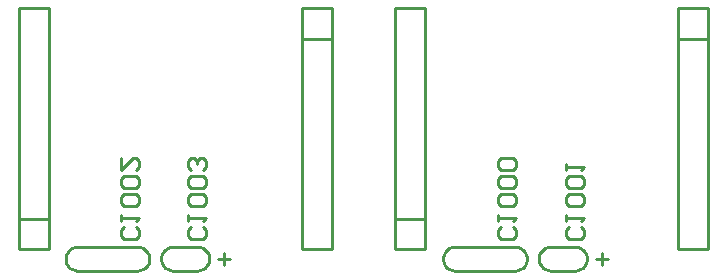
<source format=gbo>
G04*
G04 #@! TF.GenerationSoftware,Altium Limited,Altium Designer,20.0.13 (296)*
G04*
G04 Layer_Color=32896*
%FSLAX25Y25*%
%MOIN*%
G70*
G01*
G75*
%ADD10C,0.01000*%
D10*
X267803Y54308D02*
X268761Y54425D01*
X269662Y54766D01*
X270456Y55314D01*
X271095Y56036D01*
X271543Y56890D01*
X271774Y57826D01*
Y58790D01*
X271543Y59727D01*
X271095Y60581D01*
X270456Y61302D01*
X269662Y61850D01*
X268761Y62192D01*
X267803Y62308D01*
X259768Y62290D02*
X258810Y62174D01*
X257909Y61832D01*
X257115Y61285D01*
X256476Y60563D01*
X256028Y59709D01*
X255797Y58773D01*
Y57808D01*
X256028Y56872D01*
X256476Y56018D01*
X257115Y55296D01*
X257909Y54749D01*
X258810Y54407D01*
X259768Y54290D01*
X142003Y54308D02*
X142961Y54425D01*
X143862Y54766D01*
X144656Y55314D01*
X145295Y56036D01*
X145744Y56890D01*
X145974Y57826D01*
Y58790D01*
X145743Y59727D01*
X145295Y60581D01*
X144656Y61302D01*
X143862Y61850D01*
X142961Y62192D01*
X142003Y62308D01*
X133967Y62290D02*
X133010Y62174D01*
X132109Y61832D01*
X131315Y61285D01*
X130676Y60563D01*
X130227Y59709D01*
X129997Y58773D01*
Y57808D01*
X130227Y56872D01*
X130676Y56018D01*
X131315Y55296D01*
X132109Y54749D01*
X133010Y54407D01*
X133967Y54290D01*
X247804Y54234D02*
X248761Y54351D01*
X249663Y54693D01*
X250456Y55240D01*
X251096Y55962D01*
X251544Y56816D01*
X251775Y57752D01*
Y58717D01*
X251544Y59653D01*
X251096Y60507D01*
X250456Y61229D01*
X249663Y61776D01*
X248761Y62118D01*
X247804Y62234D01*
X227804D02*
X226846Y62118D01*
X225945Y61776D01*
X225151Y61229D01*
X224512Y60507D01*
X224064Y59653D01*
X223833Y58717D01*
Y57752D01*
X224064Y56816D01*
X224512Y55962D01*
X225151Y55240D01*
X225945Y54693D01*
X226846Y54351D01*
X227804Y54234D01*
X122004D02*
X122961Y54351D01*
X123863Y54693D01*
X124656Y55240D01*
X125296Y55962D01*
X125744Y56816D01*
X125975Y57752D01*
Y58717D01*
X125744Y59653D01*
X125296Y60507D01*
X124656Y61229D01*
X123863Y61776D01*
X122961Y62118D01*
X122004Y62234D01*
X102004D02*
X101046Y62118D01*
X100145Y61776D01*
X99351Y61229D01*
X98712Y60507D01*
X98264Y59653D01*
X98033Y58717D01*
Y57752D01*
X98264Y56816D01*
X98712Y55962D01*
X99351Y55240D01*
X100145Y54693D01*
X101046Y54351D01*
X102004Y54234D01*
X186969Y61457D02*
Y141957D01*
X176969D02*
X186969D01*
X176969Y61457D02*
Y141957D01*
Y61457D02*
X186969D01*
X92469D02*
Y141957D01*
X82468D02*
X92469D01*
X82468Y61457D02*
Y141957D01*
Y61457D02*
X92469D01*
X82968Y71457D02*
X92469D01*
X176969Y131457D02*
X186969D01*
X312268Y61457D02*
Y141957D01*
X302269D02*
X312268D01*
X302269Y61457D02*
Y141957D01*
Y61457D02*
X312268D01*
X217769D02*
Y141957D01*
X207769D02*
X217769D01*
X207769Y61457D02*
Y141957D01*
Y61457D02*
X217769D01*
X208268Y71457D02*
X217769D01*
X302269Y131457D02*
X312268D01*
X259769Y54301D02*
X267769D01*
X259769Y62301D02*
X267769D01*
X133968Y54301D02*
X141969D01*
X133968Y62301D02*
X141969D01*
X227804Y62234D02*
X247804D01*
X227804Y54234D02*
X247804D01*
X102004Y62234D02*
X122004D01*
X102004Y54234D02*
X122004D01*
X274768Y58268D02*
X278767D01*
X276768Y56269D02*
Y60268D01*
X148969Y58268D02*
X152967D01*
X150968Y56269D02*
Y60268D01*
X143968Y68771D02*
X144967Y67771D01*
Y65772D01*
X143968Y64772D01*
X139969D01*
X138970Y65772D01*
Y67771D01*
X139969Y68771D01*
X138970Y70770D02*
Y72769D01*
Y71770D01*
X144967D01*
X143968Y70770D01*
Y75769D02*
X144967Y76768D01*
Y78768D01*
X143968Y79767D01*
X139969D01*
X138970Y78768D01*
Y76768D01*
X139969Y75769D01*
X143968D01*
Y81767D02*
X144967Y82766D01*
Y84766D01*
X143968Y85765D01*
X139969D01*
X138970Y84766D01*
Y82766D01*
X139969Y81767D01*
X143968D01*
Y87765D02*
X144967Y88764D01*
Y90764D01*
X143968Y91763D01*
X142968D01*
X141969Y90764D01*
Y89764D01*
Y90764D01*
X140969Y91763D01*
X139969D01*
X138970Y90764D01*
Y88764D01*
X139969Y87765D01*
X121468Y68771D02*
X122468Y67771D01*
Y65772D01*
X121468Y64772D01*
X117469D01*
X116470Y65772D01*
Y67771D01*
X117469Y68771D01*
X116470Y70770D02*
Y72769D01*
Y71770D01*
X122468D01*
X121468Y70770D01*
Y75769D02*
X122468Y76768D01*
Y78768D01*
X121468Y79767D01*
X117469D01*
X116470Y78768D01*
Y76768D01*
X117469Y75769D01*
X121468D01*
Y81767D02*
X122468Y82766D01*
Y84766D01*
X121468Y85765D01*
X117469D01*
X116470Y84766D01*
Y82766D01*
X117469Y81767D01*
X121468D01*
X116470Y91763D02*
Y87765D01*
X120468Y91763D01*
X121468D01*
X122468Y90764D01*
Y88764D01*
X121468Y87765D01*
X269768Y68770D02*
X270767Y67771D01*
Y65771D01*
X269768Y64772D01*
X265769D01*
X264770Y65771D01*
Y67771D01*
X265769Y68770D01*
X264770Y70770D02*
Y72769D01*
Y71769D01*
X270767D01*
X269768Y70770D01*
Y75768D02*
X270767Y76768D01*
Y78767D01*
X269768Y79767D01*
X265769D01*
X264770Y78767D01*
Y76768D01*
X265769Y75768D01*
X269768D01*
Y81766D02*
X270767Y82766D01*
Y84765D01*
X269768Y85765D01*
X265769D01*
X264770Y84765D01*
Y82766D01*
X265769Y81766D01*
X269768D01*
X264770Y87764D02*
Y89764D01*
Y88764D01*
X270767D01*
X269768Y87764D01*
X247268Y68771D02*
X248268Y67771D01*
Y65772D01*
X247268Y64772D01*
X243269D01*
X242269Y65772D01*
Y67771D01*
X243269Y68771D01*
X242269Y70770D02*
Y72769D01*
Y71770D01*
X248268D01*
X247268Y70770D01*
Y75769D02*
X248268Y76768D01*
Y78768D01*
X247268Y79767D01*
X243269D01*
X242269Y78768D01*
Y76768D01*
X243269Y75769D01*
X247268D01*
Y81767D02*
X248268Y82766D01*
Y84766D01*
X247268Y85765D01*
X243269D01*
X242269Y84766D01*
Y82766D01*
X243269Y81767D01*
X247268D01*
Y87765D02*
X248268Y88764D01*
Y90764D01*
X247268Y91763D01*
X243269D01*
X242269Y90764D01*
Y88764D01*
X243269Y87765D01*
X247268D01*
M02*

</source>
